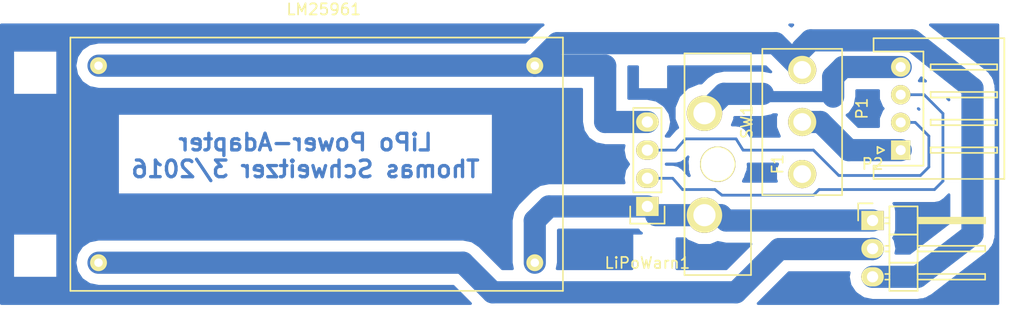
<source format=kicad_pcb>
(kicad_pcb (version 4) (host pcbnew 4.0.2-stable)

  (general
    (links 12)
    (no_connects 0)
    (area 113.03 97.635 205.885 128.275)
    (thickness 1.6)
    (drawings 5)
    (tracks 60)
    (zones 0)
    (modules 6)
    (nets 9)
  )

  (page A4)
  (layers
    (0 F.Cu signal)
    (31 B.Cu signal)
    (32 B.Adhes user)
    (33 F.Adhes user)
    (34 B.Paste user)
    (35 F.Paste user)
    (36 B.SilkS user)
    (37 F.SilkS user)
    (38 B.Mask user)
    (39 F.Mask user)
    (40 Dwgs.User user)
    (41 Cmts.User user)
    (42 Eco1.User user)
    (43 Eco2.User user)
    (44 Edge.Cuts user)
    (45 Margin user)
    (46 B.CrtYd user)
    (47 F.CrtYd user)
    (48 B.Fab user)
    (49 F.Fab user)
  )

  (setup
    (last_trace_width 0.25)
    (trace_clearance 0.2)
    (zone_clearance 1)
    (zone_45_only yes)
    (trace_min 0.2)
    (segment_width 0.2)
    (edge_width 0.15)
    (via_size 0.6)
    (via_drill 0.4)
    (via_min_size 0.4)
    (via_min_drill 0.3)
    (uvia_size 0.3)
    (uvia_drill 0.1)
    (uvias_allowed no)
    (uvia_min_size 0.2)
    (uvia_min_drill 0.1)
    (pcb_text_width 0.3)
    (pcb_text_size 1.5 1.5)
    (mod_edge_width 0.15)
    (mod_text_size 1 1)
    (mod_text_width 0.15)
    (pad_size 1.524 1.524)
    (pad_drill 0.762)
    (pad_to_mask_clearance 0.2)
    (aux_axis_origin 119.38 124.46)
    (visible_elements 7FFFFFFF)
    (pcbplotparams
      (layerselection 0x00c30_80000001)
      (usegerberextensions false)
      (excludeedgelayer true)
      (linewidth 0.100000)
      (plotframeref false)
      (viasonmask false)
      (mode 1)
      (useauxorigin false)
      (hpglpennumber 1)
      (hpglpenspeed 20)
      (hpglpendiameter 15)
      (hpglpenoverlay 2)
      (psnegative false)
      (psa4output false)
      (plotreference true)
      (plotvalue true)
      (plotinvisibletext false)
      (padsonsilk false)
      (subtractmaskfromsilk false)
      (outputformat 4)
      (mirror false)
      (drillshape 0)
      (scaleselection 1)
      (outputdirectory ""))
  )

  (net 0 "")
  (net 1 VCC)
  (net 2 GND)
  (net 3 +5V)
  (net 4 "Net-(SW1-Pad3)")
  (net 5 /BAT2)
  (net 6 /BAT1)
  (net 7 /VCC_FUSED)
  (net 8 /GND_SWITCHED)

  (net_class Default "Dies ist die voreingestellte Netzklasse."
    (clearance 0.2)
    (trace_width 0.25)
    (via_dia 0.6)
    (via_drill 0.4)
    (uvia_dia 0.3)
    (uvia_drill 0.1)
    (add_net /BAT1)
    (add_net /BAT2)
    (add_net "Net-(SW1-Pad3)")
  )

  (net_class +5V ""
    (clearance 0.5)
    (trace_width 2)
    (via_dia 0.6)
    (via_drill 0.4)
    (uvia_dia 0.3)
    (uvia_drill 0.1)
    (add_net +5V)
  )

  (net_class GND ""
    (clearance 0.4)
    (trace_width 2)
    (via_dia 0.6)
    (via_drill 0.4)
    (uvia_dia 0.3)
    (uvia_drill 0.1)
    (add_net GND)
  )

  (net_class GND_SWITCHED ""
    (clearance 0.4)
    (trace_width 2)
    (via_dia 0.6)
    (via_drill 0.4)
    (uvia_dia 0.3)
    (uvia_drill 0.1)
    (add_net /GND_SWITCHED)
  )

  (net_class VCC ""
    (clearance 0.4)
    (trace_width 2)
    (via_dia 0.6)
    (via_drill 0.5)
    (uvia_dia 0.3)
    (uvia_drill 0.1)
    (add_net /VCC_FUSED)
    (add_net VCC)
  )

  (module "Lego Hacks:LM2596" (layer F.Cu) (tedit 56F5408A) (tstamp 56F542B6)
    (at 142.24 113.03 180)
    (path /56F53490)
    (fp_text reference LM25961 (at 0 13.97 180) (layer F.SilkS)
      (effects (font (size 1 1) (thickness 0.15)))
    )
    (fp_text value LM2596 (at 0 -13.97 180) (layer F.Fab)
      (effects (font (size 1 1) (thickness 0.15)))
    )
    (fp_line (start -21.59 -11.43) (end 22.86 -11.43) (layer F.SilkS) (width 0.15))
    (fp_line (start 22.86 -11.43) (end 22.86 11.43) (layer F.SilkS) (width 0.15))
    (fp_line (start 22.86 11.43) (end -21.59 11.43) (layer F.SilkS) (width 0.15))
    (fp_line (start -21.59 11.43) (end -21.59 -11.43) (layer F.SilkS) (width 0.15))
    (pad 4 thru_hole circle (at 20.32 8.89 180) (size 1.524 1.524) (drill 0.762) (layers *.Cu *.Mask F.SilkS)
      (net 8 /GND_SWITCHED))
    (pad 3 thru_hole circle (at 20.32 -8.89 180) (size 1.524 1.524) (drill 0.762) (layers *.Cu *.Mask F.SilkS)
      (net 3 +5V))
    (pad 1 thru_hole circle (at -19.05 -8.89 180) (size 1.524 1.524) (drill 0.762) (layers *.Cu *.Mask F.SilkS)
      (net 7 /VCC_FUSED))
    (pad 2 thru_hole circle (at -19.05 8.89 180) (size 1.524 1.524) (drill 0.762) (layers *.Cu *.Mask F.SilkS)
      (net 8 /GND_SWITCHED))
  )

  (module JST-Connectors:JST_XH_S04B-XH-A_04x2.50mm_Angled (layer F.Cu) (tedit 56F07245) (tstamp 56F542DF)
    (at 194.31 111.76 90)
    (descr "JST XH series connector, S04B-XH-A, side entry type, through hole")
    (tags "connector jst xh tht side horizontal angled 2.50mm")
    (path /56F525B1)
    (fp_text reference P1 (at 3.75 -3.5 90) (layer F.SilkS)
      (effects (font (size 1 1) (thickness 0.15)))
    )
    (fp_text value CONN_01X04 (at 3.75 10.3 90) (layer F.Fab)
      (effects (font (size 1 1) (thickness 0.15)))
    )
    (fp_line (start -2.95 -2.8) (end -2.95 9.7) (layer F.CrtYd) (width 0.05))
    (fp_line (start -2.95 9.7) (end 10.45 9.7) (layer F.CrtYd) (width 0.05))
    (fp_line (start 10.45 9.7) (end 10.45 -2.8) (layer F.CrtYd) (width 0.05))
    (fp_line (start 10.45 -2.8) (end -2.95 -2.8) (layer F.CrtYd) (width 0.05))
    (fp_line (start 3.75 9.35) (end -2.6 9.35) (layer F.SilkS) (width 0.15))
    (fp_line (start -2.6 9.35) (end -2.6 -2.45) (layer F.SilkS) (width 0.15))
    (fp_line (start -2.6 -2.45) (end -1.4 -2.45) (layer F.SilkS) (width 0.15))
    (fp_line (start -1.4 -2.45) (end -1.4 2.05) (layer F.SilkS) (width 0.15))
    (fp_line (start -1.4 2.05) (end 3.75 2.05) (layer F.SilkS) (width 0.15))
    (fp_line (start 3.75 9.35) (end 10.1 9.35) (layer F.SilkS) (width 0.15))
    (fp_line (start 10.1 9.35) (end 10.1 -2.45) (layer F.SilkS) (width 0.15))
    (fp_line (start 10.1 -2.45) (end 8.9 -2.45) (layer F.SilkS) (width 0.15))
    (fp_line (start 8.9 -2.45) (end 8.9 2.05) (layer F.SilkS) (width 0.15))
    (fp_line (start 8.9 2.05) (end 3.75 2.05) (layer F.SilkS) (width 0.15))
    (fp_line (start -0.25 2.7) (end -0.25 8.7) (layer F.SilkS) (width 0.15))
    (fp_line (start -0.25 8.7) (end 0.25 8.7) (layer F.SilkS) (width 0.15))
    (fp_line (start 0.25 8.7) (end 0.25 2.7) (layer F.SilkS) (width 0.15))
    (fp_line (start 0.25 2.7) (end -0.25 2.7) (layer F.SilkS) (width 0.15))
    (fp_line (start 2.25 2.7) (end 2.25 8.7) (layer F.SilkS) (width 0.15))
    (fp_line (start 2.25 8.7) (end 2.75 8.7) (layer F.SilkS) (width 0.15))
    (fp_line (start 2.75 8.7) (end 2.75 2.7) (layer F.SilkS) (width 0.15))
    (fp_line (start 2.75 2.7) (end 2.25 2.7) (layer F.SilkS) (width 0.15))
    (fp_line (start 4.75 2.7) (end 4.75 8.7) (layer F.SilkS) (width 0.15))
    (fp_line (start 4.75 8.7) (end 5.25 8.7) (layer F.SilkS) (width 0.15))
    (fp_line (start 5.25 8.7) (end 5.25 2.7) (layer F.SilkS) (width 0.15))
    (fp_line (start 5.25 2.7) (end 4.75 2.7) (layer F.SilkS) (width 0.15))
    (fp_line (start 7.25 2.7) (end 7.25 8.7) (layer F.SilkS) (width 0.15))
    (fp_line (start 7.25 8.7) (end 7.75 8.7) (layer F.SilkS) (width 0.15))
    (fp_line (start 7.75 8.7) (end 7.75 2.7) (layer F.SilkS) (width 0.15))
    (fp_line (start 7.75 2.7) (end 7.25 2.7) (layer F.SilkS) (width 0.15))
    (fp_line (start 0 -1.5) (end -0.3 -2.1) (layer F.SilkS) (width 0.15))
    (fp_line (start -0.3 -2.1) (end 0.3 -2.1) (layer F.SilkS) (width 0.15))
    (fp_line (start 0.3 -2.1) (end 0 -1.5) (layer F.SilkS) (width 0.15))
    (pad 1 thru_hole rect (at 0 0 90) (size 1.75 1.75) (drill 0.9) (layers *.Cu *.Mask F.SilkS)
      (net 2 GND))
    (pad 2 thru_hole circle (at 2.5 0 90) (size 1.75 1.75) (drill 0.9) (layers *.Cu *.Mask F.SilkS)
      (net 6 /BAT1))
    (pad 3 thru_hole circle (at 5 0 90) (size 1.75 1.75) (drill 0.9) (layers *.Cu *.Mask F.SilkS)
      (net 5 /BAT2))
    (pad 4 thru_hole circle (at 7.5 0 90) (size 1.75 1.75) (drill 0.9) (layers *.Cu *.Mask F.SilkS)
      (net 1 VCC))
    (model Connectors_JST.3dshapes/JST_XH_S04B-XH-A_04x2.50mm_Angled.wrl
      (at (xyz 0 0 0))
      (scale (xyz 1 1 1))
      (rotate (xyz 0 0 0))
    )
  )

  (module Pin_Headers:Pin_Header_Angled_1x03 (layer F.Cu) (tedit 0) (tstamp 56F542E6)
    (at 191.77 118.11)
    (descr "Through hole pin header")
    (tags "pin header")
    (path /56F531D1)
    (fp_text reference P2 (at 0 -5.1) (layer F.SilkS)
      (effects (font (size 1 1) (thickness 0.15)))
    )
    (fp_text value CONN_01X03 (at 0 -3.1) (layer F.Fab)
      (effects (font (size 1 1) (thickness 0.15)))
    )
    (fp_line (start -1.5 -1.75) (end -1.5 6.85) (layer F.CrtYd) (width 0.05))
    (fp_line (start 10.65 -1.75) (end 10.65 6.85) (layer F.CrtYd) (width 0.05))
    (fp_line (start -1.5 -1.75) (end 10.65 -1.75) (layer F.CrtYd) (width 0.05))
    (fp_line (start -1.5 6.85) (end 10.65 6.85) (layer F.CrtYd) (width 0.05))
    (fp_line (start -1.3 -1.55) (end -1.3 0) (layer F.SilkS) (width 0.15))
    (fp_line (start 0 -1.55) (end -1.3 -1.55) (layer F.SilkS) (width 0.15))
    (fp_line (start 4.191 -0.127) (end 10.033 -0.127) (layer F.SilkS) (width 0.15))
    (fp_line (start 10.033 -0.127) (end 10.033 0.127) (layer F.SilkS) (width 0.15))
    (fp_line (start 10.033 0.127) (end 4.191 0.127) (layer F.SilkS) (width 0.15))
    (fp_line (start 4.191 0.127) (end 4.191 0) (layer F.SilkS) (width 0.15))
    (fp_line (start 4.191 0) (end 10.033 0) (layer F.SilkS) (width 0.15))
    (fp_line (start 1.524 -0.254) (end 1.143 -0.254) (layer F.SilkS) (width 0.15))
    (fp_line (start 1.524 0.254) (end 1.143 0.254) (layer F.SilkS) (width 0.15))
    (fp_line (start 1.524 2.286) (end 1.143 2.286) (layer F.SilkS) (width 0.15))
    (fp_line (start 1.524 2.794) (end 1.143 2.794) (layer F.SilkS) (width 0.15))
    (fp_line (start 1.524 4.826) (end 1.143 4.826) (layer F.SilkS) (width 0.15))
    (fp_line (start 1.524 5.334) (end 1.143 5.334) (layer F.SilkS) (width 0.15))
    (fp_line (start 4.064 1.27) (end 4.064 -1.27) (layer F.SilkS) (width 0.15))
    (fp_line (start 10.16 0.254) (end 4.064 0.254) (layer F.SilkS) (width 0.15))
    (fp_line (start 10.16 -0.254) (end 10.16 0.254) (layer F.SilkS) (width 0.15))
    (fp_line (start 4.064 -0.254) (end 10.16 -0.254) (layer F.SilkS) (width 0.15))
    (fp_line (start 1.524 1.27) (end 4.064 1.27) (layer F.SilkS) (width 0.15))
    (fp_line (start 1.524 -1.27) (end 1.524 1.27) (layer F.SilkS) (width 0.15))
    (fp_line (start 1.524 -1.27) (end 4.064 -1.27) (layer F.SilkS) (width 0.15))
    (fp_line (start 1.524 3.81) (end 4.064 3.81) (layer F.SilkS) (width 0.15))
    (fp_line (start 1.524 3.81) (end 1.524 6.35) (layer F.SilkS) (width 0.15))
    (fp_line (start 4.064 4.826) (end 10.16 4.826) (layer F.SilkS) (width 0.15))
    (fp_line (start 10.16 4.826) (end 10.16 5.334) (layer F.SilkS) (width 0.15))
    (fp_line (start 10.16 5.334) (end 4.064 5.334) (layer F.SilkS) (width 0.15))
    (fp_line (start 4.064 6.35) (end 4.064 3.81) (layer F.SilkS) (width 0.15))
    (fp_line (start 4.064 3.81) (end 4.064 1.27) (layer F.SilkS) (width 0.15))
    (fp_line (start 10.16 2.794) (end 4.064 2.794) (layer F.SilkS) (width 0.15))
    (fp_line (start 10.16 2.286) (end 10.16 2.794) (layer F.SilkS) (width 0.15))
    (fp_line (start 4.064 2.286) (end 10.16 2.286) (layer F.SilkS) (width 0.15))
    (fp_line (start 1.524 3.81) (end 4.064 3.81) (layer F.SilkS) (width 0.15))
    (fp_line (start 1.524 1.27) (end 1.524 3.81) (layer F.SilkS) (width 0.15))
    (fp_line (start 1.524 1.27) (end 4.064 1.27) (layer F.SilkS) (width 0.15))
    (fp_line (start 1.524 6.35) (end 4.064 6.35) (layer F.SilkS) (width 0.15))
    (pad 1 thru_hole rect (at 0 0) (size 2.032 1.7272) (drill 1.016) (layers *.Cu *.Mask F.SilkS)
      (net 7 /VCC_FUSED))
    (pad 2 thru_hole oval (at 0 2.54) (size 2.032 1.7272) (drill 1.016) (layers *.Cu *.Mask F.SilkS)
      (net 3 +5V))
    (pad 3 thru_hole oval (at 0 5.08) (size 2.032 1.7272) (drill 1.016) (layers *.Cu *.Mask F.SilkS)
      (net 8 /GND_SWITCHED))
    (model Pin_Headers.3dshapes/Pin_Header_Angled_1x03.wrl
      (at (xyz 0 -0.1 0))
      (scale (xyz 1 1 1))
      (rotate (xyz 0 0 90))
    )
  )

  (module "Lego Hacks:AS500APC-Kippschalter" (layer F.Cu) (tedit 56F571A8) (tstamp 56F57281)
    (at 185.42 109.22 270)
    (path /56F52CB7)
    (fp_text reference SW1 (at 0 5 270) (layer F.SilkS)
      (effects (font (size 1 1) (thickness 0.15)))
    )
    (fp_text value SWITCH_INV (at 0.2 -5.2 270) (layer F.Fab)
      (effects (font (size 1 1) (thickness 0.15)))
    )
    (fp_line (start 6.6 -3.6) (end -6.6 -3.6) (layer F.SilkS) (width 0.15))
    (fp_line (start -6.6 -3.6) (end -6.6 3.6) (layer F.SilkS) (width 0.15))
    (fp_line (start -6.6 3.6) (end 6.6 3.6) (layer F.SilkS) (width 0.15))
    (fp_line (start 6.6 3.6) (end 6.6 -3.6) (layer F.SilkS) (width 0.15))
    (pad 2 thru_hole circle (at 0 0 270) (size 2.54 2.54) (drill 1.6) (layers *.Cu *.Mask F.SilkS)
      (net 2 GND))
    (pad 1 thru_hole circle (at -4.7 0 270) (size 2.54 2.54) (drill 1.6) (layers *.Cu *.Mask F.SilkS)
      (net 8 /GND_SWITCHED))
    (pad 3 thru_hole circle (at 4.7 0 270) (size 2.54 2.54) (drill 1.6) (layers *.Cu *.Mask F.SilkS)
      (net 4 "Net-(SW1-Pad3)"))
  )

  (module "Lego Hacks:FKS-Halter" (layer F.Cu) (tedit 56F57502) (tstamp 56F5759E)
    (at 177.8 113.03 90)
    (path /56F52D66)
    (fp_text reference F1 (at 0 5.4 90) (layer F.SilkS)
      (effects (font (size 1 1) (thickness 0.15)))
    )
    (fp_text value FUSE (at 0 -4.6 90) (layer F.Fab)
      (effects (font (size 1 1) (thickness 0.15)))
    )
    (fp_line (start -10 -3) (end 10 -3) (layer F.SilkS) (width 0.15))
    (fp_line (start 10 -3) (end 10 3) (layer F.SilkS) (width 0.15))
    (fp_line (start 10 3) (end -10 3) (layer F.SilkS) (width 0.15))
    (fp_line (start -10 3) (end -10 -3) (layer F.SilkS) (width 0.15))
    (pad "" thru_hole circle (at 0 0 90) (size 3.2 3.2) (drill 3) (layers *.Cu *.Mask F.SilkS))
    (pad 1 thru_hole circle (at 4.6 -1.2 90) (size 3.2 3.2) (drill 2) (layers *.Cu *.Mask F.SilkS)
      (net 1 VCC))
    (pad 2 thru_hole circle (at -4.6 -1.2 90) (size 3.2 3.2) (drill 2) (layers *.Cu *.Mask F.SilkS)
      (net 7 /VCC_FUSED))
  )

  (module Pin_Headers:Pin_Header_Straight_1x04 (layer F.Cu) (tedit 0) (tstamp 56F5834F)
    (at 171.45 116.84 180)
    (descr "Through hole pin header")
    (tags "pin header")
    (path /56F52C0F)
    (fp_text reference LiPoWarn1 (at 0 -5.1 180) (layer F.SilkS)
      (effects (font (size 1 1) (thickness 0.15)))
    )
    (fp_text value LiPo_Warner (at 0 -3.1 180) (layer F.Fab)
      (effects (font (size 1 1) (thickness 0.15)))
    )
    (fp_line (start -1.75 -1.75) (end -1.75 9.4) (layer F.CrtYd) (width 0.05))
    (fp_line (start 1.75 -1.75) (end 1.75 9.4) (layer F.CrtYd) (width 0.05))
    (fp_line (start -1.75 -1.75) (end 1.75 -1.75) (layer F.CrtYd) (width 0.05))
    (fp_line (start -1.75 9.4) (end 1.75 9.4) (layer F.CrtYd) (width 0.05))
    (fp_line (start -1.27 1.27) (end -1.27 8.89) (layer F.SilkS) (width 0.15))
    (fp_line (start 1.27 1.27) (end 1.27 8.89) (layer F.SilkS) (width 0.15))
    (fp_line (start 1.55 -1.55) (end 1.55 0) (layer F.SilkS) (width 0.15))
    (fp_line (start -1.27 8.89) (end 1.27 8.89) (layer F.SilkS) (width 0.15))
    (fp_line (start 1.27 1.27) (end -1.27 1.27) (layer F.SilkS) (width 0.15))
    (fp_line (start -1.55 0) (end -1.55 -1.55) (layer F.SilkS) (width 0.15))
    (fp_line (start -1.55 -1.55) (end 1.55 -1.55) (layer F.SilkS) (width 0.15))
    (pad 1 thru_hole rect (at 0 0 180) (size 2.032 1.7272) (drill 1.016) (layers *.Cu *.Mask F.SilkS)
      (net 7 /VCC_FUSED))
    (pad 2 thru_hole oval (at 0 2.54 180) (size 2.032 1.7272) (drill 1.016) (layers *.Cu *.Mask F.SilkS)
      (net 5 /BAT2))
    (pad 3 thru_hole oval (at 0 5.08 180) (size 2.032 1.7272) (drill 1.016) (layers *.Cu *.Mask F.SilkS)
      (net 6 /BAT1))
    (pad 4 thru_hole oval (at 0 7.62 180) (size 2.032 1.7272) (drill 1.016) (layers *.Cu *.Mask F.SilkS)
      (net 8 /GND_SWITCHED))
    (model Pin_Headers.3dshapes/Pin_Header_Straight_1x04.wrl
      (at (xyz 0 -0.15 0))
      (scale (xyz 1 1 1))
      (rotate (xyz 0 0 90))
    )
  )

  (gr_text "LiPo Power-Adapter\nThomas Schweitzer 3/2016" (at 140.589 112.268) (layer B.Cu)
    (effects (font (size 1.5 1.5) (thickness 0.3)) (justify mirror))
  )
  (gr_circle (center 116 105) (end 117 105) (layer Eco1.User) (width 0.2) (tstamp 56F57F68))
  (gr_circle (center 116 121) (end 117 121) (layer Eco1.User) (width 0.2) (tstamp 56F57EB3))
  (gr_circle (center 172 105) (end 172 106) (layer Eco1.User) (width 0.2))
  (gr_circle (center 172 121) (end 173 121) (layer Eco1.User) (width 0.2))

  (segment (start 194.31 104.26) (end 189.11 104.26) (width 2) (layer B.Cu) (net 1))
  (segment (start 189.11 104.26) (end 188.214 105.156) (width 2) (layer B.Cu) (net 1) (tstamp 56F58961))
  (segment (start 188.214 105.156) (end 188.214 106.934) (width 2) (layer B.Cu) (net 1) (tstamp 56F58963))
  (segment (start 188.214 106.934) (end 182.118 106.934) (width 1) (layer B.Cu) (net 1) (tstamp 56F58965))
  (segment (start 182.118 106.934) (end 181.864 106.68) (width 1) (layer B.Cu) (net 1) (tstamp 56F58968))
  (segment (start 181.864 106.68) (end 178.35 106.68) (width 2) (layer B.Cu) (net 1) (tstamp 56F5896E))
  (segment (start 178.35 106.68) (end 176.6 108.43) (width 2) (layer B.Cu) (net 1) (tstamp 56F5897B))
  (segment (start 185.42 109.22) (end 187.071 109.22) (width 2) (layer B.Cu) (net 2))
  (segment (start 189.611 111.76) (end 194.31 111.76) (width 2) (layer B.Cu) (net 2) (tstamp 56F92305))
  (segment (start 187.071 109.22) (end 189.611 111.76) (width 2) (layer B.Cu) (net 2) (tstamp 56F922F9))
  (segment (start 121.92 121.92) (end 154.813 121.92) (width 2) (layer B.Cu) (net 3))
  (segment (start 183.348002 120.689998) (end 191.77 120.689998) (width 2) (layer B.Cu) (net 3) (tstamp 56F9240C))
  (segment (start 179.451 124.587) (end 183.348002 120.689998) (width 2) (layer B.Cu) (net 3) (tstamp 56F92401))
  (segment (start 157.48 124.587) (end 179.451 124.587) (width 2) (layer B.Cu) (net 3) (tstamp 56F923EC))
  (segment (start 154.813 121.92) (end 157.48 124.587) (width 2) (layer B.Cu) (net 3) (tstamp 56F923E7))
  (segment (start 191.77 120.689998) (end 191.77 120.65) (width 2) (layer B.Cu) (net 3) (tstamp 56F92410))
  (segment (start 194.31 106.76) (end 196.422 106.76) (width 0.25) (layer B.Cu) (net 5))
  (segment (start 173.736 114.3) (end 171.45 114.3) (width 0.25) (layer B.Cu) (net 5) (tstamp 56F58B1D))
  (segment (start 174.625 115.316) (end 173.736 114.3) (width 0.25) (layer B.Cu) (net 5) (tstamp 56F58B19))
  (segment (start 177.546 115.316) (end 174.625 115.316) (width 0.25) (layer B.Cu) (net 5) (tstamp 56F58B16))
  (segment (start 178.181 115.824) (end 177.546 115.316) (width 0.25) (layer B.Cu) (net 5) (tstamp 56F58B15))
  (segment (start 186.436 115.824) (end 178.181 115.824) (width 0.25) (layer B.Cu) (net 5) (tstamp 56F58B11))
  (segment (start 186.944 115.316) (end 186.436 115.824) (width 0.25) (layer B.Cu) (net 5) (tstamp 56F58B10))
  (segment (start 197.358 115.316) (end 186.944 115.316) (width 0.25) (layer B.Cu) (net 5) (tstamp 56F58B0E))
  (segment (start 198.12 114.554) (end 197.358 115.316) (width 0.25) (layer B.Cu) (net 5) (tstamp 56F58B0C))
  (segment (start 198.12 108.458) (end 198.12 114.554) (width 0.25) (layer B.Cu) (net 5) (tstamp 56F58B08))
  (segment (start 196.422 106.76) (end 198.12 108.458) (width 0.25) (layer B.Cu) (net 5) (tstamp 56F58B04))
  (segment (start 194.31 109.26) (end 195.62 109.26) (width 0.25) (layer B.Cu) (net 6))
  (segment (start 173.99 111.76) (end 171.45 111.76) (width 0.25) (layer B.Cu) (net 6) (tstamp 56F58AFE))
  (segment (start 174.879 110.744) (end 173.99 111.76) (width 0.25) (layer B.Cu) (net 6) (tstamp 56F58AFA))
  (segment (start 179.451 110.744) (end 174.879 110.744) (width 0.25) (layer B.Cu) (net 6) (tstamp 56F58AF8))
  (segment (start 180.086 111.76) (end 179.451 110.744) (width 0.25) (layer B.Cu) (net 6) (tstamp 56F58AF6))
  (segment (start 186.436 111.76) (end 180.086 111.76) (width 0.25) (layer B.Cu) (net 6) (tstamp 56F58AEE))
  (segment (start 188.722 114.046) (end 186.436 111.76) (width 0.25) (layer B.Cu) (net 6) (tstamp 56F58AE6))
  (segment (start 196.088 114.046) (end 188.722 114.046) (width 0.25) (layer B.Cu) (net 6) (tstamp 56F58AE3))
  (segment (start 196.85 113.284) (end 196.088 114.046) (width 0.25) (layer B.Cu) (net 6) (tstamp 56F58ADA))
  (segment (start 196.85 110.49) (end 196.85 113.284) (width 0.25) (layer B.Cu) (net 6) (tstamp 56F58AD8))
  (segment (start 195.62 109.26) (end 196.85 110.49) (width 0.25) (layer B.Cu) (net 6) (tstamp 56F58AD5))
  (segment (start 176.6 117.63) (end 178.082 117.63) (width 2) (layer B.Cu) (net 7))
  (segment (start 178.082 117.63) (end 178.562 118.11) (width 2) (layer B.Cu) (net 7) (tstamp 56F92374))
  (segment (start 178.562 118.11) (end 191.77 118.11) (width 2) (layer B.Cu) (net 7) (tstamp 56F92380))
  (segment (start 161.29 118.11) (end 161.29 121.92) (width 2) (layer B.Cu) (net 7) (tstamp 56F585A9))
  (segment (start 162.56 116.84) (end 161.29 118.11) (width 2) (layer B.Cu) (net 7) (tstamp 56F585A6))
  (segment (start 171.45 116.84) (end 162.56 116.84) (width 2) (layer B.Cu) (net 7))
  (segment (start 176.6 117.63) (end 172.24 117.63) (width 2) (layer B.Cu) (net 7))
  (segment (start 172.24 117.63) (end 171.45 116.84) (width 1) (layer B.Cu) (net 7) (tstamp 56F585A0))
  (segment (start 185.42 104.52) (end 183.008 102.108) (width 2) (layer B.Cu) (net 8))
  (segment (start 163.322 102.108) (end 161.29 104.14) (width 2) (layer B.Cu) (net 8) (tstamp 56F92923))
  (segment (start 183.008 102.108) (end 163.322 102.108) (width 2) (layer B.Cu) (net 8) (tstamp 56F92919))
  (segment (start 185.42 104.52) (end 185.42 102.616) (width 1) (layer B.Cu) (net 8))
  (segment (start 185.42 102.616) (end 186.182 101.854) (width 2) (layer B.Cu) (net 8) (tstamp 56F58D2E))
  (segment (start 186.182 101.854) (end 195.326 101.854) (width 2) (layer B.Cu) (net 8) (tstamp 56F58D31))
  (segment (start 195.326 101.854) (end 200.787 106.172) (width 2) (layer B.Cu) (net 8) (tstamp 56F58D38))
  (segment (start 200.787 106.172) (end 200.787 119.38) (width 2) (layer B.Cu) (net 8) (tstamp 56F58D3D))
  (segment (start 200.787 119.38) (end 195.834 123.19) (width 2) (layer B.Cu) (net 8) (tstamp 56F58D41))
  (segment (start 195.834 123.19) (end 191.77 123.19) (width 2) (layer B.Cu) (net 8) (tstamp 56F58D43))
  (segment (start 161.29 104.14) (end 121.92 104.14) (width 2) (layer B.Cu) (net 8))
  (segment (start 167.64 109.22) (end 171.45 109.22) (width 2) (layer B.Cu) (net 8) (tstamp 56F587CD))
  (segment (start 161.29 104.14) (end 167.64 104.14) (width 2) (layer B.Cu) (net 8))
  (segment (start 167.64 104.14) (end 167.64 109.22) (width 2) (layer B.Cu) (net 8) (tstamp 56F587CA))

  (zone (net 0) (net_name "") (layer B.Cu) (tstamp 56F57FE2) (hatch edge 0.508)
    (connect_pads (clearance 0.508))
    (min_thickness 0.254)
    (keepout (tracks not_allowed) (vias not_allowed) (copperpour not_allowed))
    (fill (arc_segments 16) (thermal_gap 0.508) (thermal_bridge_width 0.508))
    (polygon
      (pts
        (xy 170.18 119.38) (xy 173.99 119.38) (xy 173.99 123.19) (xy 170.18 123.19)
      )
    )
  )
  (zone (net 0) (net_name "") (layer B.Cu) (tstamp 56F58015) (hatch edge 0.508)
    (connect_pads (clearance 0.508))
    (min_thickness 0.254)
    (keepout (tracks not_allowed) (vias not_allowed) (copperpour not_allowed))
    (fill (arc_segments 16) (thermal_gap 0.508) (thermal_bridge_width 0.508))
    (polygon
      (pts
        (xy 114.3 102.87) (xy 118.11 102.87) (xy 118.11 106.68) (xy 114.3 106.68)
      )
    )
  )
  (zone (net 0) (net_name "") (layer B.Cu) (tstamp 56F5801D) (hatch edge 0.508)
    (connect_pads (clearance 0.508))
    (min_thickness 0.254)
    (keepout (tracks not_allowed) (vias not_allowed) (copperpour not_allowed))
    (fill (arc_segments 16) (thermal_gap 0.508) (thermal_bridge_width 0.508))
    (polygon
      (pts
        (xy 114.3 119.38) (xy 118.11 119.38) (xy 118.11 123.19) (xy 114.3 123.19)
      )
    )
  )
  (zone (net 0) (net_name "") (layer B.Cu) (tstamp 56F5803D) (hatch edge 0.508)
    (connect_pads (clearance 1))
    (min_thickness 0.254)
    (fill yes (mode segment) (arc_segments 16) (thermal_gap 1) (thermal_bridge_width 1))
    (polygon
      (pts
        (xy 113.03 100.33) (xy 203.2 100.33) (xy 203.2 125.73) (xy 113.03 125.73) (xy 113.03 123.19)
      )
    )
    (filled_polygon
      (pts
        (xy 161.817984 100.603984) (xy 160.408968 102.013) (xy 121.92 102.013) (xy 121.106032 102.174908) (xy 120.415984 102.635984)
        (xy 119.954908 103.326032) (xy 119.793 104.14) (xy 119.954908 104.953968) (xy 120.415984 105.644016) (xy 121.106032 106.105092)
        (xy 121.92 106.267) (xy 165.513 106.267) (xy 165.513 109.22) (xy 165.674908 110.033968) (xy 166.135984 110.724016)
        (xy 166.826032 111.185092) (xy 167.64 111.347) (xy 169.347167 111.347) (xy 169.265016 111.76) (xy 169.416541 112.52177)
        (xy 169.75613 113.03) (xy 169.416541 113.53823) (xy 169.265016 114.3) (xy 169.347167 114.713) (xy 162.56 114.713)
        (xy 161.746032 114.874908) (xy 161.055984 115.335984) (xy 159.785984 116.605984) (xy 159.324908 117.296032) (xy 159.163 118.11)
        (xy 159.163 121.92) (xy 159.270412 122.46) (xy 158.361032 122.46) (xy 156.317016 120.415984) (xy 155.626968 119.954908)
        (xy 154.813 119.793) (xy 121.92 119.793) (xy 121.106032 119.954908) (xy 120.415984 120.415984) (xy 119.954908 121.106032)
        (xy 119.793 121.92) (xy 119.954908 122.733968) (xy 120.415984 123.424016) (xy 121.106032 123.885092) (xy 121.92 124.047)
        (xy 153.931968 124.047) (xy 155.487968 125.603) (xy 113.157 125.603) (xy 113.157 119.38) (xy 114.173 119.38)
        (xy 114.173 123.19) (xy 114.181685 123.236159) (xy 114.208965 123.278553) (xy 114.25059 123.306994) (xy 114.3 123.317)
        (xy 118.11 123.317) (xy 118.156159 123.308315) (xy 118.198553 123.281035) (xy 118.226994 123.23941) (xy 118.237 123.19)
        (xy 118.237 119.38) (xy 118.228315 119.333841) (xy 118.201035 119.291447) (xy 118.15941 119.263006) (xy 118.11 119.253)
        (xy 114.3 119.253) (xy 114.253841 119.261685) (xy 114.211447 119.288965) (xy 114.183006 119.33059) (xy 114.173 119.38)
        (xy 113.157 119.38) (xy 113.157 108.441) (xy 123.63343 108.441) (xy 123.63343 115.795) (xy 157.544571 115.795)
        (xy 157.544571 108.441) (xy 123.63343 108.441) (xy 113.157 108.441) (xy 113.157 102.87) (xy 114.173 102.87)
        (xy 114.173 106.68) (xy 114.181685 106.726159) (xy 114.208965 106.768553) (xy 114.25059 106.796994) (xy 114.3 106.807)
        (xy 118.11 106.807) (xy 118.156159 106.798315) (xy 118.198553 106.771035) (xy 118.226994 106.72941) (xy 118.237 106.68)
        (xy 118.237 102.87) (xy 118.228315 102.823841) (xy 118.201035 102.781447) (xy 118.15941 102.753006) (xy 118.11 102.743)
        (xy 114.3 102.743) (xy 114.253841 102.751685) (xy 114.211447 102.778965) (xy 114.183006 102.82059) (xy 114.173 102.87)
        (xy 113.157 102.87) (xy 113.157 100.457) (xy 162.037961 100.457)
      )
    )
    (filled_polygon
      (pts
        (xy 203.073 125.603) (xy 181.443032 125.603) (xy 184.229034 122.816998) (xy 189.65921 122.816998) (xy 189.585016 123.19)
        (xy 189.736541 123.95177) (xy 190.168049 124.597567) (xy 190.22855 124.637993) (xy 190.265984 124.694016) (xy 190.956032 125.155092)
        (xy 191.77 125.317) (xy 195.834 125.317) (xy 196.108108 125.262477) (xy 196.386967 125.243864) (xy 196.511596 125.182218)
        (xy 196.647968 125.155092) (xy 196.880347 124.999821) (xy 197.130855 124.875911) (xy 202.083855 121.065911) (xy 202.175407 120.961263)
        (xy 202.291016 120.884016) (xy 202.446284 120.651641) (xy 202.630309 120.441294) (xy 202.674845 120.309576) (xy 202.752092 120.193968)
        (xy 202.806616 119.919859) (xy 202.896134 119.655104) (xy 202.886874 119.516371) (xy 202.914 119.38) (xy 202.914 106.172)
        (xy 202.88964 106.049536) (xy 202.899618 105.925071) (xy 202.809342 105.645849) (xy 202.752092 105.358032) (xy 202.682721 105.254211)
        (xy 202.644309 105.135403) (xy 202.45405 104.911981) (xy 202.291016 104.667984) (xy 202.187196 104.598613) (xy 202.106241 104.503548)
        (xy 196.988548 100.457) (xy 203.073 100.457)
      )
    )
    (filled_polygon
      (pts
        (xy 170.735984 119.134016) (xy 170.914056 119.253) (xy 170.18 119.253) (xy 170.133841 119.261685) (xy 170.091447 119.288965)
        (xy 170.063006 119.33059) (xy 170.053 119.38) (xy 170.053 122.46) (xy 163.309588 122.46) (xy 163.417 121.92)
        (xy 163.417 118.991032) (xy 163.441032 118.967) (xy 170.624387 118.967)
      )
    )
    (filled_polygon
      (pts
        (xy 175.053262 119.94049) (xy 176.055186 120.356526) (xy 177.140054 120.357472) (xy 177.798951 120.085221) (xy 178.562 120.237)
        (xy 180.792968 120.237) (xy 178.569968 122.46) (xy 174.117 122.46) (xy 174.117 119.757) (xy 174.870092 119.757)
      )
    )
    (filled_polygon
      (pts
        (xy 198.66 118.332663) (xy 195.110561 121.063) (xy 193.872833 121.063) (xy 193.954984 120.65) (xy 193.803459 119.88823)
        (xy 193.665818 119.682236) (xy 193.844548 119.420656) (xy 193.935079 118.9736) (xy 193.935079 117.2464) (xy 193.856494 116.828759)
        (xy 193.688701 116.568) (xy 197.358 116.568) (xy 197.83712 116.472697) (xy 198.243298 116.201298) (xy 198.66 115.784596)
      )
    )
    (filled_polygon
      (pts
        (xy 183.023417 113.441115) (xy 183.022585 114.394701) (xy 183.095843 114.572) (xy 180.112457 114.572) (xy 180.197604 114.366944)
        (xy 180.248322 114.347757) (xy 180.368827 113.954596) (xy 180.526526 113.574814) (xy 180.526644 113.439697) (xy 180.566238 113.310516)
        (xy 180.537707 113.012) (xy 183.201601 113.012)
      )
    )
    (filled_polygon
      (pts
        (xy 175.073474 112.485186) (xy 175.073356 112.620303) (xy 175.033762 112.749484) (xy 175.072887 113.158835) (xy 175.072528 113.570054)
        (xy 175.124125 113.694927) (xy 175.13698 113.82943) (xy 175.234142 114.064) (xy 175.193117 114.064) (xy 174.678226 113.475552)
        (xy 174.644757 113.449811) (xy 174.621298 113.414702) (xy 174.4522 113.301714) (xy 174.291 113.177735) (xy 174.250228 113.166761)
        (xy 174.21512 113.143303) (xy 174.015662 113.103628) (xy 173.819282 113.050773) (xy 173.777413 113.056238) (xy 173.736 113.048)
        (xy 173.155898 113.048) (xy 173.14387 113.03) (xy 173.155898 113.012) (xy 173.99 113.012) (xy 174.031413 113.003762)
        (xy 174.073282 113.009227) (xy 174.269662 112.956372) (xy 174.46912 112.916697) (xy 174.504228 112.893239) (xy 174.545 112.882265)
        (xy 174.7062 112.758286) (xy 174.875298 112.645298) (xy 174.898757 112.610189) (xy 174.932226 112.584448) (xy 175.1226 112.366877)
      )
    )
    (filled_polygon
      (pts
        (xy 183.023417 108.741115) (xy 183.022585 109.694701) (xy 183.358633 110.508) (xy 180.779918 110.508) (xy 180.512694 110.080441)
        (xy 180.415279 109.976905) (xy 180.336298 109.858702) (xy 180.249487 109.800697) (xy 180.177944 109.724659) (xy 180.048323 109.666284)
        (xy 179.93012 109.587303) (xy 179.827722 109.566935) (xy 179.732524 109.524062) (xy 179.590428 109.519734) (xy 179.451 109.492)
        (xy 179.111771 109.492) (xy 179.326526 108.974814) (xy 179.326672 108.807) (xy 181.864 108.807) (xy 182.677968 108.645092)
        (xy 182.80382 108.561) (xy 183.098207 108.561)
      )
    )
    (filled_polygon
      (pts
        (xy 170.561 106.172) (xy 170.569685 106.218159) (xy 170.596965 106.260553) (xy 170.63859 106.288994) (xy 170.688 106.299)
        (xy 173.228 106.299) (xy 173.274159 106.290315) (xy 173.316553 106.263035) (xy 173.344994 106.22141) (xy 173.355 106.172)
        (xy 173.355 104.235) (xy 182.126968 104.235) (xy 182.589224 104.697256) (xy 181.864 104.553) (xy 178.35 104.553)
        (xy 177.536032 104.714908) (xy 176.998662 105.073968) (xy 176.845984 105.175984) (xy 176.319214 105.702754) (xy 176.059946 105.702528)
        (xy 175.057297 106.116814) (xy 174.28951 106.883262) (xy 173.873474 107.885186) (xy 173.872528 108.970054) (xy 174.185736 109.728075)
        (xy 174.1628 109.745714) (xy 173.993702 109.858702) (xy 173.970243 109.893811) (xy 173.936774 109.919552) (xy 173.421882 110.508)
        (xy 173.155898 110.508) (xy 173.14387 110.49) (xy 173.483459 109.98177) (xy 173.634984 109.22) (xy 173.483459 108.45823)
        (xy 173.051951 107.812433) (xy 172.99145 107.772007) (xy 172.954016 107.715984) (xy 172.263968 107.254908) (xy 171.45 107.093)
        (xy 169.767 107.093) (xy 169.767 104.235) (xy 170.561 104.235)
      )
    )
    (filled_polygon
      (pts
        (xy 192.307654 107.156475) (xy 192.611798 107.89256) (xy 192.728745 108.009711) (xy 192.613777 108.124478) (xy 192.308349 108.860031)
        (xy 192.307674 109.633) (xy 190.492032 109.633) (xy 189.465664 108.606632) (xy 189.718016 108.438016) (xy 190.179092 107.747968)
        (xy 190.341 106.934) (xy 190.341 106.387) (xy 192.308325 106.387)
      )
    )
    (filled_polygon
      (pts
        (xy 195.968781 108.077377) (xy 195.955611 108.074757) (xy 195.892963 108.012) (xy 195.903404 108.012)
      )
    )
    (filled_polygon
      (pts
        (xy 198.66 107.201759) (xy 198.66 107.227405) (xy 198.53747 107.104874)
      )
    )
    (filled_polygon
      (pts
        (xy 196.550125 105.533486) (xy 196.422 105.508) (xy 195.985081 105.508) (xy 196.169269 105.232343)
      )
    )
    (filled_polygon
      (pts
        (xy 184.459245 100.568723) (xy 184.29204 100.457) (xy 184.570968 100.457)
      )
    )
    (fill_segments
      (pts (xy 113.157 100.457) (xy 162.037961 100.457))
      (pts (xy 113.157 100.6602) (xy 161.761768 100.6602))
      (pts (xy 113.157 100.8634) (xy 161.558568 100.8634))
      (pts (xy 113.157 101.0666) (xy 161.355368 101.0666))
      (pts (xy 113.157 101.2698) (xy 161.152168 101.2698))
      (pts (xy 113.157 101.473) (xy 160.948968 101.473))
      (pts (xy 113.157 101.6762) (xy 160.745768 101.6762))
      (pts (xy 113.157 101.8794) (xy 160.542568 101.8794))
      (pts (xy 113.157 102.0826) (xy 121.570097 102.0826))
      (pts (xy 113.157 102.2858) (xy 120.940071 102.2858))
      (pts (xy 113.157 102.489) (xy 120.635961 102.489))
      (pts (xy 113.157 102.6922) (xy 120.378422 102.6922))
      (pts (xy 113.157 102.8954) (xy 114.173 102.8954))
      (pts (xy 118.237 102.8954) (xy 120.242648 102.8954))
      (pts (xy 113.157 103.0986) (xy 114.173 103.0986))
      (pts (xy 118.237 103.0986) (xy 120.106874 103.0986))
      (pts (xy 113.157 103.3018) (xy 114.173 103.3018))
      (pts (xy 118.237 103.3018) (xy 119.9711 103.3018))
      (pts (xy 113.157 103.505) (xy 114.173 103.505))
      (pts (xy 118.237 103.505) (xy 119.91931 103.505))
      (pts (xy 113.157 103.7082) (xy 114.173 103.7082))
      (pts (xy 118.237 103.7082) (xy 119.878891 103.7082))
      (pts (xy 113.157 103.9114) (xy 114.173 103.9114))
      (pts (xy 118.237 103.9114) (xy 119.838472 103.9114))
      (pts (xy 113.157 104.1146) (xy 114.173 104.1146))
      (pts (xy 118.237 104.1146) (xy 119.798053 104.1146))
      (pts (xy 113.157 104.3178) (xy 114.173 104.3178))
      (pts (xy 118.237 104.3178) (xy 119.828366 104.3178))
      (pts (xy 113.157 104.521) (xy 114.173 104.521))
      (pts (xy 118.237 104.521) (xy 119.868785 104.521))
      (pts (xy 113.157 104.7242) (xy 114.173 104.7242))
      (pts (xy 118.237 104.7242) (xy 119.909204 104.7242))
      (pts (xy 113.157 104.9274) (xy 114.173 104.9274))
      (pts (xy 118.237 104.9274) (xy 119.949623 104.9274))
      (pts (xy 113.157 105.1306) (xy 114.173 105.1306))
      (pts (xy 118.237 105.1306) (xy 120.072929 105.1306))
      (pts (xy 113.157 105.3338) (xy 114.173 105.3338))
      (pts (xy 118.237 105.3338) (xy 120.208703 105.3338))
      (pts (xy 113.157 105.537) (xy 114.173 105.537))
      (pts (xy 118.237 105.537) (xy 120.344478 105.537))
      (pts (xy 113.157 105.7402) (xy 114.173 105.7402))
      (pts (xy 118.237 105.7402) (xy 120.559933 105.7402))
      (pts (xy 113.157 105.9434) (xy 114.173 105.9434))
      (pts (xy 118.237 105.9434) (xy 120.864043 105.9434))
      (pts (xy 113.157 106.1466) (xy 114.173 106.1466))
      (pts (xy 118.237 106.1466) (xy 121.314707 106.1466))
      (pts (xy 113.157 106.3498) (xy 114.173 106.3498))
      (pts (xy 118.237 106.3498) (xy 165.513 106.3498))
      (pts (xy 113.157 106.553) (xy 114.173 106.553))
      (pts (xy 118.237 106.553) (xy 165.513 106.553))
      (pts (xy 113.157 106.7562) (xy 114.201016 106.7562))
      (pts (xy 118.208689 106.7562) (xy 165.513 106.7562))
      (pts (xy 113.157 106.9594) (xy 165.513 106.9594))
      (pts (xy 113.157 107.1626) (xy 165.513 107.1626))
      (pts (xy 113.157 107.3658) (xy 165.513 107.3658))
      (pts (xy 113.157 107.569) (xy 165.513 107.569))
      (pts (xy 113.157 107.7722) (xy 165.513 107.7722))
      (pts (xy 113.157 107.9754) (xy 165.513 107.9754))
      (pts (xy 113.157 108.1786) (xy 165.513 108.1786))
      (pts (xy 113.157 108.3818) (xy 165.513 108.3818))
      (pts (xy 113.157 108.585) (xy 123.63343 108.585))
      (pts (xy 157.544571 108.585) (xy 165.513 108.585))
      (pts (xy 113.157 108.7882) (xy 123.63343 108.7882))
      (pts (xy 157.544571 108.7882) (xy 165.513 108.7882))
      (pts (xy 113.157 108.9914) (xy 123.63343 108.9914))
      (pts (xy 157.544571 108.9914) (xy 165.513 108.9914))
      (pts (xy 113.157 109.1946) (xy 123.63343 109.1946))
      (pts (xy 157.544571 109.1946) (xy 165.513 109.1946))
      (pts (xy 113.157 109.3978) (xy 123.63343 109.3978))
      (pts (xy 157.544571 109.3978) (xy 165.548366 109.3978))
      (pts (xy 113.157 109.601) (xy 123.63343 109.601))
      (pts (xy 157.544571 109.601) (xy 165.588785 109.601))
      (pts (xy 113.157 109.8042) (xy 123.63343 109.8042))
      (pts (xy 157.544571 109.8042) (xy 165.629204 109.8042))
      (pts (xy 113.157 110.0074) (xy 123.63343 110.0074))
      (pts (xy 157.544571 110.0074) (xy 165.669623 110.0074))
      (pts (xy 113.157 110.2106) (xy 123.63343 110.2106))
      (pts (xy 157.544571 110.2106) (xy 165.792929 110.2106))
      (pts (xy 113.157 110.4138) (xy 123.63343 110.4138))
      (pts (xy 157.544571 110.4138) (xy 165.928703 110.4138))
      (pts (xy 113.157 110.617) (xy 123.63343 110.617))
      (pts (xy 157.544571 110.617) (xy 166.064478 110.617))
      (pts (xy 113.157 110.8202) (xy 123.63343 110.8202))
      (pts (xy 157.544571 110.8202) (xy 166.279933 110.8202))
      (pts (xy 113.157 111.0234) (xy 123.63343 111.0234))
      (pts (xy 157.544571 111.0234) (xy 166.584043 111.0234))
      (pts (xy 113.157 111.2266) (xy 123.63343 111.2266))
      (pts (xy 157.544571 111.2266) (xy 167.034707 111.2266))
      (pts (xy 113.157 111.4298) (xy 123.63343 111.4298))
      (pts (xy 157.544571 111.4298) (xy 169.330698 111.4298))
      (pts (xy 113.157 111.633) (xy 123.63343 111.633))
      (pts (xy 157.544571 111.633) (xy 169.290278 111.633))
      (pts (xy 113.157 111.8362) (xy 123.63343 111.8362))
      (pts (xy 157.544571 111.8362) (xy 169.280173 111.8362))
      (pts (xy 113.157 112.0394) (xy 123.63343 112.0394))
      (pts (xy 157.544571 112.0394) (xy 169.320591 112.0394))
      (pts (xy 113.157 112.2426) (xy 123.63343 112.2426))
      (pts (xy 157.544571 112.2426) (xy 169.36101 112.2426))
      (pts (xy 113.157 112.4458) (xy 123.63343 112.4458))
      (pts (xy 157.544571 112.4458) (xy 169.401429 112.4458))
      (pts (xy 113.157 112.649) (xy 123.63343 112.649))
      (pts (xy 157.544571 112.649) (xy 169.501553 112.649))
      (pts (xy 113.157 112.8522) (xy 123.63343 112.8522))
      (pts (xy 157.544571 112.8522) (xy 169.637327 112.8522))
      (pts (xy 113.157 113.0554) (xy 123.63343 113.0554))
      (pts (xy 157.544571 113.0554) (xy 169.739159 113.0554))
      (pts (xy 113.157 113.2586) (xy 123.63343 113.2586))
      (pts (xy 157.544571 113.2586) (xy 169.603385 113.2586))
      (pts (xy 113.157 113.4618) (xy 123.63343 113.4618))
      (pts (xy 157.544571 113.4618) (xy 169.46761 113.4618))
      (pts (xy 113.157 113.665) (xy 123.63343 113.665))
      (pts (xy 157.544571 113.665) (xy 169.391325 113.665))
      (pts (xy 113.157 113.8682) (xy 123.63343 113.8682))
      (pts (xy 157.544571 113.8682) (xy 169.350907 113.8682))
      (pts (xy 113.157 114.0714) (xy 123.63343 114.0714))
      (pts (xy 157.544571 114.0714) (xy 169.310488 114.0714))
      (pts (xy 113.157 114.2746) (xy 123.63343 114.2746))
      (pts (xy 157.544571 114.2746) (xy 169.270069 114.2746))
      (pts (xy 113.157 114.4778) (xy 123.63343 114.4778))
      (pts (xy 157.544571 114.4778) (xy 169.300382 114.4778))
      (pts (xy 113.157 114.681) (xy 123.63343 114.681))
      (pts (xy 157.544571 114.681) (xy 169.340801 114.681))
      (pts (xy 113.157 114.8842) (xy 123.63343 114.8842))
      (pts (xy 157.544571 114.8842) (xy 161.732126 114.8842))
      (pts (xy 113.157 115.0874) (xy 123.63343 115.0874))
      (pts (xy 157.544571 115.0874) (xy 161.428016 115.0874))
      (pts (xy 113.157 115.2906) (xy 123.63343 115.2906))
      (pts (xy 157.544571 115.2906) (xy 161.123906 115.2906))
      (pts (xy 113.157 115.4938) (xy 123.63343 115.4938))
      (pts (xy 157.544571 115.4938) (xy 160.898168 115.4938))
      (pts (xy 113.157 115.697) (xy 123.63343 115.697))
      (pts (xy 157.544571 115.697) (xy 160.694968 115.697))
      (pts (xy 113.157 115.9002) (xy 160.491768 115.9002))
      (pts (xy 113.157 116.1034) (xy 160.288568 116.1034))
      (pts (xy 113.157 116.3066) (xy 160.085368 116.3066))
      (pts (xy 113.157 116.5098) (xy 159.882168 116.5098))
      (pts (xy 113.157 116.713) (xy 159.714479 116.713))
      (pts (xy 113.157 116.9162) (xy 159.578704 116.9162))
      (pts (xy 113.157 117.1194) (xy 159.44293 117.1194))
      (pts (xy 113.157 117.3226) (xy 159.319624 117.3226))
      (pts (xy 113.157 117.5258) (xy 159.279205 117.5258))
      (pts (xy 113.157 117.729) (xy 159.238786 117.729))
      (pts (xy 113.157 117.9322) (xy 159.198367 117.9322))
      (pts (xy 113.157 118.1354) (xy 159.163 118.1354))
      (pts (xy 113.157 118.3386) (xy 159.163 118.3386))
      (pts (xy 113.157 118.5418) (xy 159.163 118.5418))
      (pts (xy 113.157 118.745) (xy 159.163 118.745))
      (pts (xy 113.157 118.9482) (xy 159.163 118.9482))
      (pts (xy 113.157 119.1514) (xy 159.163 119.1514))
      (pts (xy 113.157 119.3546) (xy 114.178144 119.3546))
      (pts (xy 118.232221 119.3546) (xy 159.163 119.3546))
      (pts (xy 113.157 119.5578) (xy 114.173 119.5578))
      (pts (xy 118.237 119.5578) (xy 159.163 119.5578))
      (pts (xy 113.157 119.761) (xy 114.173 119.761))
      (pts (xy 118.237 119.761) (xy 159.163 119.761))
      (pts (xy 113.157 119.9642) (xy 114.173 119.9642))
      (pts (xy 118.237 119.9642) (xy 121.092126 119.9642))
      (pts (xy 155.640875 119.9642) (xy 159.163 119.9642))
      (pts (xy 113.157 120.1674) (xy 114.173 120.1674))
      (pts (xy 118.237 120.1674) (xy 120.788016 120.1674))
      (pts (xy 155.944985 120.1674) (xy 159.163 120.1674))
      (pts (xy 113.157 120.3706) (xy 114.173 120.3706))
      (pts (xy 118.237 120.3706) (xy 120.483906 120.3706))
      (pts (xy 156.249095 120.3706) (xy 159.163 120.3706))
      (pts (xy 113.157 120.5738) (xy 114.173 120.5738))
      (pts (xy 118.237 120.5738) (xy 120.310535 120.5738))
      (pts (xy 156.474832 120.5738) (xy 159.163 120.5738))
      (pts (xy 113.157 120.777) (xy 114.173 120.777))
      (pts (xy 118.237 120.777) (xy 120.174761 120.777))
      (pts (xy 156.678032 120.777) (xy 159.163 120.777))
      (pts (xy 113.157 120.9802) (xy 114.173 120.9802))
      (pts (xy 118.237 120.9802) (xy 120.038987 120.9802))
      (pts (xy 156.881232 120.9802) (xy 159.163 120.9802))
      (pts (xy 113.157 121.1834) (xy 114.173 121.1834))
      (pts (xy 118.237 121.1834) (xy 119.939519 121.1834))
      (pts (xy 157.084432 121.1834) (xy 159.163 121.1834))
      (pts (xy 113.157 121.3866) (xy 114.173 121.3866))
      (pts (xy 118.237 121.3866) (xy 119.8991 121.3866))
      (pts (xy 157.287632 121.3866) (xy 159.163 121.3866))
      (pts (xy 113.157 121.5898) (xy 114.173 121.5898))
      (pts (xy 118.237 121.5898) (xy 119.858681 121.5898))
      (pts (xy 157.490832 121.5898) (xy 159.163 121.5898))
      (pts (xy 113.157 121.793) (xy 114.173 121.793))
      (pts (xy 118.237 121.793) (xy 119.818262 121.793))
      (pts (xy 157.694032 121.793) (xy 159.163 121.793))
      (pts (xy 113.157 121.9962) (xy 114.173 121.9962))
      (pts (xy 118.237 121.9962) (xy 119.808157 121.9962))
      (pts (xy 157.897232 121.9962) (xy 159.178157 121.9962))
      (pts (xy 113.157 122.1994) (xy 114.173 122.1994))
      (pts (xy 118.237 122.1994) (xy 119.848576 122.1994))
      (pts (xy 158.100432 122.1994) (xy 159.218575 122.1994))
      (pts (xy 113.157 122.4026) (xy 114.173 122.4026))
      (pts (xy 118.237 122.4026) (xy 119.888994 122.4026))
      (pts (xy 158.303632 122.4026) (xy 159.258994 122.4026))
      (pts (xy 113.157 122.6058) (xy 114.173 122.6058))
      (pts (xy 118.237 122.6058) (xy 119.929413 122.6058))
      (pts (xy 113.157 122.809) (xy 114.173 122.809))
      (pts (xy 118.237 122.809) (xy 120.005042 122.809))
      (pts (xy 113.157 123.0122) (xy 114.173 123.0122))
      (pts (xy 118.237 123.0122) (xy 120.140816 123.0122))
      (pts (xy 113.157 123.2154) (xy 114.177779 123.2154))
      (pts (xy 118.231856 123.2154) (xy 120.276591 123.2154))
      (pts (xy 113.157 123.4186) (xy 120.412365 123.4186))
      (pts (xy 113.157 123.6218) (xy 120.711988 123.6218))
      (pts (xy 113.157 123.825) (xy 121.016098 123.825))
      (pts (xy 113.157 124.0282) (xy 121.825485 124.0282))
      (pts (xy 113.157 124.2314) (xy 154.116368 124.2314))
      (pts (xy 113.157 124.4346) (xy 154.319568 124.4346))
      (pts (xy 113.157 124.6378) (xy 154.522768 124.6378))
      (pts (xy 113.157 124.841) (xy 154.725968 124.841))
      (pts (xy 113.157 125.0442) (xy 154.929168 125.0442))
      (pts (xy 113.157 125.2474) (xy 155.132368 125.2474))
      (pts (xy 113.157 125.4506) (xy 155.335568 125.4506))
      (pts (xy 196.988548 100.457) (xy 203.073 100.457))
      (pts (xy 197.245537 100.6602) (xy 203.073 100.6602))
      (pts (xy 197.502525 100.8634) (xy 203.073 100.8634))
      (pts (xy 197.759513 101.0666) (xy 203.073 101.0666))
      (pts (xy 198.016501 101.2698) (xy 203.073 101.2698))
      (pts (xy 198.27349 101.473) (xy 203.073 101.473))
      (pts (xy 198.530478 101.6762) (xy 203.073 101.6762))
      (pts (xy 198.787466 101.8794) (xy 203.073 101.8794))
      (pts (xy 199.044454 102.0826) (xy 203.073 102.0826))
      (pts (xy 199.301443 102.2858) (xy 203.073 102.2858))
      (pts (xy 199.558431 102.489) (xy 203.073 102.489))
      (pts (xy 199.815419 102.6922) (xy 203.073 102.6922))
      (pts (xy 200.072407 102.8954) (xy 203.073 102.8954))
      (pts (xy 200.329396 103.0986) (xy 203.073 103.0986))
      (pts (xy 200.586384 103.3018) (xy 203.073 103.3018))
      (pts (xy 200.843372 103.505) (xy 203.073 103.505))
      (pts (xy 201.10036 103.7082) (xy 203.073 103.7082))
      (pts (xy 201.357348 103.9114) (xy 203.073 103.9114))
      (pts (xy 201.614337 104.1146) (xy 203.073 104.1146))
      (pts (xy 201.871325 104.3178) (xy 203.073 104.3178))
      (pts (xy 202.121103 104.521) (xy 203.073 104.521))
      (pts (xy 202.328579 104.7242) (xy 203.073 104.7242))
      (pts (xy 202.467181 104.9274) (xy 203.073 104.9274))
      (pts (xy 202.640219 105.1306) (xy 203.073 105.1306))
      (pts (xy 202.735901 105.3338) (xy 203.073 105.3338))
      (pts (xy 202.787691 105.537) (xy 203.073 105.537))
      (pts (xy 202.839847 105.7402) (xy 203.073 105.7402))
      (pts (xy 202.898148 105.9434) (xy 203.073 105.9434))
      (pts (xy 202.908948 106.1466) (xy 203.073 106.1466))
      (pts (xy 202.914 106.3498) (xy 203.073 106.3498))
      (pts (xy 202.914 106.553) (xy 203.073 106.553))
      (pts (xy 202.914 106.7562) (xy 203.073 106.7562))
      (pts (xy 202.914 106.9594) (xy 203.073 106.9594))
      (pts (xy 202.914 107.1626) (xy 203.073 107.1626))
      (pts (xy 202.914 107.3658) (xy 203.073 107.3658))
      (pts (xy 202.914 107.569) (xy 203.073 107.569))
      (pts (xy 202.914 107.7722) (xy 203.073 107.7722))
      (pts (xy 202.914 107.9754) (xy 203.073 107.9754))
      (pts (xy 202.914 108.1786) (xy 203.073 108.1786))
      (pts (xy 202.914 108.3818) (xy 203.073 108.3818))
      (pts (xy 202.914 108.585) (xy 203.073 108.585))
      (pts (xy 202.914 108.7882) (xy 203.073 108.7882))
      (pts (xy 202.914 108.9914) (xy 203.073 108.9914))
      (pts (xy 202.914 109.1946) (xy 203.073 109.1946))
      (pts (xy 202.914 109.3978) (xy 203.073 109.3978))
      (pts (xy 202.914 109.601) (xy 203.073 109.601))
      (pts (xy 202.914 109.8042) (xy 203.073 109.8042))
      (pts (xy 202.914 110.0074) (xy 203.073 110.0074))
      (pts (xy 202.914 110.2106) (xy 203.073 110.2106))
      (pts (xy 202.914 110.4138) (xy 203.073 110.4138))
      (pts (xy 202.914 110.617) (xy 203.073 110.617))
      (pts (xy 202.914 110.8202) (xy 203.073 110.8202))
      (pts (xy 202.914 111.0234) (xy 203.073 111.0234))
      (pts (xy 202.914 111.2266) (xy 203.073 111.2266))
      (pts (xy 202.914 111.4298) (xy 203.073 111.4298))
      (pts (xy 202.914 111.633) (xy 203.073 111.633))
      (pts (xy 202.914 111.8362) (xy 203.073 111.8362))
      (pts (xy 202.914 112.0394) (xy 203.073 112.0394))
      (pts (xy 202.914 112.2426) (xy 203.073 112.2426))
      (pts (xy 202.914 112.4458) (xy 203.073 112.4458))
      (pts (xy 202.914 112.649) (xy 203.073 112.649))
      (pts (xy 202.914 112.8522) (xy 203.073 112.8522))
      (pts (xy 202.914 113.0554) (xy 203.073 113.0554))
      (pts (xy 202.914 113.2586) (xy 203.073 113.2586))
      (pts (xy 202.914 113.4618) (xy 203.073 113.4618))
      (pts (xy 202.914 113.665) (xy 203.073 113.665))
      (pts (xy 202.914 113.8682) (xy 203.073 113.8682))
      (pts (xy 202.914 114.0714) (xy 203.073 114.0714))
      (pts (xy 202.914 114.2746) (xy 203.073 114.2746))
      (pts (xy 202.914 114.4778) (xy 203.073 114.4778))
      (pts (xy 202.914 114.681) (xy 203.073 114.681))
      (pts (xy 202.914 114.8842) (xy 203.073 114.8842))
      (pts (xy 202.914 115.0874) (xy 203.073 115.0874))
      (pts (xy 202.914 115.2906) (xy 203.073 115.2906))
      (pts (xy 202.914 115.4938) (xy 203.073 115.4938))
      (pts (xy 202.914 115.697) (xy 203.073 115.697))
      (pts (xy 202.914 115.9002) (xy 203.073 115.9002))
      (pts (xy 202.914 116.1034) (xy 203.073 116.1034))
      (pts (xy 202.914 116.3066) (xy 203.073 116.3066))
      (pts (xy 202.914 116.5098) (xy 203.073 116.5098))
      (pts (xy 202.914 116.713) (xy 203.073 116.713))
      (pts (xy 202.914 116.9162) (xy 203.073 116.9162))
      (pts (xy 202.914 117.1194) (xy 203.073 117.1194))
      (pts (xy 202.914 117.3226) (xy 203.073 117.3226))
      (pts (xy 202.914 117.5258) (xy 203.073 117.5258))
      (pts (xy 202.914 117.729) (xy 203.073 117.729))
      (pts (xy 202.914 117.9322) (xy 203.073 117.9322))
      (pts (xy 202.914 118.1354) (xy 203.073 118.1354))
      (pts (xy 202.914 118.3386) (xy 203.073 118.3386))
      (pts (xy 202.914 118.5418) (xy 203.073 118.5418))
      (pts (xy 202.914 118.745) (xy 203.073 118.745))
      (pts (xy 202.914 118.9482) (xy 203.073 118.9482))
      (pts (xy 202.914 119.1514) (xy 203.073 119.1514))
      (pts (xy 202.914 119.3546) (xy 203.073 119.3546))
      (pts (xy 202.88964 119.5578) (xy 203.073 119.5578))
      (pts (xy 202.860328 119.761) (xy 203.073 119.761))
      (pts (xy 202.797795 119.9642) (xy 203.073 119.9642))
      (pts (xy 202.757376 120.1674) (xy 203.073 120.1674))
      (pts (xy 202.654211 120.3706) (xy 203.073 120.3706))
      (pts (xy 202.514384 120.5738) (xy 203.073 120.5738))
      (pts (xy 202.362521 120.777) (xy 203.073 120.777))
      (pts (xy 202.158839 120.9802) (xy 203.073 120.9802))
      (pts (xy 201.931119 121.1834) (xy 203.073 121.1834))
      (pts (xy 201.666959 121.3866) (xy 203.073 121.3866))
      (pts (xy 201.402799 121.5898) (xy 203.073 121.5898))
      (pts (xy 201.138639 121.793) (xy 203.073 121.793))
      (pts (xy 200.874479 121.9962) (xy 203.073 121.9962))
      (pts (xy 200.610319 122.1994) (xy 203.073 122.1994))
      (pts (xy 200.346159 122.4026) (xy 203.073 122.4026))
      (pts (xy 200.081999 122.6058) (xy 203.073 122.6058))
      (pts (xy 199.817839 122.809) (xy 203.073 122.809))
      (pts (xy 184.033832 123.0122) (xy 189.620383 123.0122))
      (pts (xy 199.553679 123.0122) (xy 203.073 123.0122))
      (pts (xy 183.830632 123.2154) (xy 189.590068 123.2154))
      (pts (xy 199.289519 123.2154) (xy 203.073 123.2154))
      (pts (xy 183.627432 123.4186) (xy 189.630487 123.4186))
      (pts (xy 199.025359 123.4186) (xy 203.073 123.4186))
      (pts (xy 183.424232 123.6218) (xy 189.670906 123.6218))
      (pts (xy 198.761199 123.6218) (xy 203.073 123.6218))
      (pts (xy 183.221032 123.825) (xy 189.711324 123.825))
      (pts (xy 198.497039 123.825) (xy 203.073 123.825))
      (pts (xy 183.017832 124.0282) (xy 189.787609 124.0282))
      (pts (xy 198.232879 124.0282) (xy 203.073 124.0282))
      (pts (xy 182.814632 124.2314) (xy 189.923383 124.2314))
      (pts (xy 197.968719 124.2314) (xy 203.073 124.2314))
      (pts (xy 182.611432 124.4346) (xy 190.059157 124.4346))
      (pts (xy 197.704559 124.4346) (xy 203.073 124.4346))
      (pts (xy 182.408232 124.6378) (xy 190.228261 124.6378))
      (pts (xy 197.440399 124.6378) (xy 203.073 124.6378))
      (pts (xy 182.205032 124.841) (xy 190.48596 124.841))
      (pts (xy 197.176239 124.841) (xy 203.073 124.841))
      (pts (xy 182.001832 125.0442) (xy 190.79007 125.0442))
      (pts (xy 196.813929 125.0442) (xy 203.073 125.0442))
      (pts (xy 181.798632 125.2474) (xy 191.420096 125.2474))
      (pts (xy 196.33399 125.2474) (xy 203.073 125.2474))
      (pts (xy 181.595432 125.4506) (xy 203.073 125.4506))
      (pts (xy 163.441032 118.967) (xy 170.624387 118.967))
      (pts (xy 163.417 119.1702) (xy 170.790137 119.1702))
      (pts (xy 163.417 119.3734) (xy 170.054337 119.3734))
      (pts (xy 163.417 119.5766) (xy 170.053 119.5766))
      (pts (xy 163.417 119.7798) (xy 170.053 119.7798))
      (pts (xy 163.417 119.983) (xy 170.053 119.983))
      (pts (xy 163.417 120.1862) (xy 170.053 120.1862))
      (pts (xy 163.417 120.3894) (xy 170.053 120.3894))
      (pts (xy 163.417 120.5926) (xy 170.053 120.5926))
      (pts (xy 163.417 120.7958) (xy 170.053 120.7958))
      (pts (xy 163.417 120.999) (xy 170.053 120.999))
      (pts (xy 163.417 121.2022) (xy 170.053 121.2022))
      (pts (xy 163.417 121.4054) (xy 170.053 121.4054))
      (pts (xy 163.417 121.6086) (xy 170.053 121.6086))
      (pts (xy 163.417 121.8118) (xy 170.053 121.8118))
      (pts (xy 163.398103 122.015) (xy 170.053 122.015))
      (pts (xy 163.357684 122.2182) (xy 170.053 122.2182))
      (pts (xy 163.317265 122.4214) (xy 170.053 122.4214))
      (pts (xy 174.117 119.757) (xy 174.870092 119.757))
      (pts (xy 174.117 119.9602) (xy 175.100728 119.9602))
      (pts (xy 174.117 120.1634) (xy 175.590087 120.1634))
      (pts (xy 177.609743 120.1634) (xy 178.191985 120.1634))
      (pts (xy 174.117 120.3666) (xy 180.663368 120.3666))
      (pts (xy 174.117 120.5698) (xy 180.460168 120.5698))
      (pts (xy 174.117 120.773) (xy 180.256968 120.773))
      (pts (xy 174.117 120.9762) (xy 180.053768 120.9762))
      (pts (xy 174.117 121.1794) (xy 179.850568 121.1794))
      (pts (xy 174.117 121.3826) (xy 179.647368 121.3826))
      (pts (xy 174.117 121.5858) (xy 179.444168 121.5858))
      (pts (xy 174.117 121.789) (xy 179.240968 121.789))
      (pts (xy 174.117 121.9922) (xy 179.037768 121.9922))
      (pts (xy 174.117 122.1954) (xy 178.834568 122.1954))
      (pts (xy 174.117 122.3986) (xy 178.631368 122.3986))
      (pts (xy 198.66 115.784596) (xy 198.66 115.784596))
      (pts (xy 198.4568 115.987796) (xy 198.66 115.987796))
      (pts (xy 198.2536 116.190996) (xy 198.66 116.190996))
      (pts (xy 197.954605 116.394196) (xy 198.66 116.394196))
      (pts (xy 193.707617 116.597396) (xy 198.66 116.597396))
      (pts (xy 193.838372 116.800596) (xy 198.66 116.800596))
      (pts (xy 193.88943 117.003796) (xy 198.66 117.003796))
      (pts (xy 193.927665 117.206996) (xy 198.66 117.206996))
      (pts (xy 193.935079 117.410196) (xy 198.66 117.410196))
      (pts (xy 193.935079 117.613396) (xy 198.66 117.613396))
      (pts (xy 193.935079 117.816596) (xy 198.66 117.816596))
      (pts (xy 193.935079 118.019796) (xy 198.66 118.019796))
      (pts (xy 193.935079 118.222996) (xy 198.66 118.222996))
      (pts (xy 193.935079 118.426196) (xy 198.538408 118.426196))
      (pts (xy 193.935079 118.629396) (xy 198.274248 118.629396))
      (pts (xy 193.935079 118.832596) (xy 198.010087 118.832596))
      (pts (xy 193.922484 119.035796) (xy 197.745927 119.035796))
      (pts (xy 193.881335 119.238996) (xy 197.481767 119.238996))
      (pts (xy 193.82983 119.442196) (xy 197.217607 119.442196))
      (pts (xy 193.690989 119.645396) (xy 196.953447 119.645396))
      (pts (xy 193.776977 119.848596) (xy 196.689287 119.848596))
      (pts (xy 193.835995 120.051796) (xy 196.425127 120.051796))
      (pts (xy 193.876414 120.254996) (xy 196.160967 120.254996))
      (pts (xy 193.916832 120.458196) (xy 195.896807 120.458196))
      (pts (xy 193.952717 120.661396) (xy 195.632647 120.661396))
      (pts (xy 193.912298 120.864596) (xy 195.368487 120.864596))
      (pts (xy 180.537707 113.012) (xy 183.201601 113.012))
      (pts (xy 180.557129 113.2152) (xy 183.117226 113.2152))
      (pts (xy 180.533171 113.4184) (xy 183.03285 113.4184))
      (pts (xy 180.507098 113.6216) (xy 183.02326 113.6216))
      (pts (xy 180.422722 113.8248) (xy 183.023083 113.8248))
      (pts (xy 180.346328 114.028) (xy 183.022905 114.028))
      (pts (xy 180.284047 114.2312) (xy 183.022728 114.2312))
      (pts (xy 180.169593 114.4344) (xy 183.038988 114.4344))
      (pts (xy 175.1226 112.366877) (xy 175.1226 112.366877))
      (pts (xy 174.9448 112.570077) (xy 175.0734 112.570077))
      (pts (xy 174.686708 112.773277) (xy 175.036036 112.773277))
      (pts (xy 174.194962 112.976477) (xy 175.055457 112.976477))
      (pts (xy 174.293526 113.179677) (xy 175.072869 113.179677))
      (pts (xy 174.573669 113.382877) (xy 175.072692 113.382877))
      (pts (xy 174.774936 113.586077) (xy 175.079148 113.586077))
      (pts (xy 174.952735 113.789277) (xy 175.133142 113.789277))
      (pts (xy 175.130535 113.992477) (xy 175.204516 113.992477))
      (pts (xy 182.80382 108.561) (xy 183.098207 108.561))
      (pts (xy 182.07917 108.7642) (xy 183.023397 108.7642))
      (pts (xy 179.326532 108.9674) (xy 183.02322 108.9674))
      (pts (xy 179.245228 109.1706) (xy 183.023043 109.1706))
      (pts (xy 179.160852 109.3738) (xy 183.022865 109.3738))
      (pts (xy 179.878323 109.577) (xy 183.022688 109.577))
      (pts (xy 180.230202 109.7802) (xy 183.057912 109.7802))
      (pts (xy 180.421391 109.9834) (xy 183.141872 109.9834))
      (pts (xy 180.579044 110.1866) (xy 183.225833 110.1866))
      (pts (xy 180.706044 110.3898) (xy 183.309793 110.3898))
      (pts (xy 169.767 104.235) (xy 170.561 104.235))
      (pts (xy 173.355 104.235) (xy 182.126968 104.235))
      (pts (xy 169.767 104.4382) (xy 170.561 104.4382))
      (pts (xy 173.355 104.4382) (xy 182.330168 104.4382))
      (pts (xy 169.767 104.6414) (xy 170.561 104.6414))
      (pts (xy 173.355 104.6414) (xy 177.905583 104.6414))
      (pts (xy 182.308417 104.6414) (xy 182.533368 104.6414))
      (pts (xy 169.767 104.8446) (xy 170.561 104.8446))
      (pts (xy 173.355 104.8446) (xy 177.341935 104.8446))
      (pts (xy 169.767 105.0478) (xy 170.561 105.0478))
      (pts (xy 173.355 105.0478) (xy 177.037826 105.0478))
      (pts (xy 169.767 105.251) (xy 170.561 105.251))
      (pts (xy 173.355 105.251) (xy 176.770968 105.251))
      (pts (xy 169.767 105.4542) (xy 170.561 105.4542))
      (pts (xy 173.355 105.4542) (xy 176.567768 105.4542))
      (pts (xy 169.767 105.6574) (xy 170.561 105.6574))
      (pts (xy 173.355 105.6574) (xy 176.364568 105.6574))
      (pts (xy 169.767 105.8606) (xy 170.561 105.8606))
      (pts (xy 173.355 105.8606) (xy 175.677383 105.8606))
      (pts (xy 169.767 106.0638) (xy 170.561 106.0638))
      (pts (xy 173.355 106.0638) (xy 175.185601 106.0638))
      (pts (xy 169.767 106.267) (xy 170.6064 106.267))
      (pts (xy 173.310391 106.267) (xy 174.906849 106.267))
      (pts (xy 169.767 106.4702) (xy 174.703294 106.4702))
      (pts (xy 169.767 106.6734) (xy 174.499739 106.6734))
      (pts (xy 169.767 106.8766) (xy 174.296184 106.8766))
      (pts (xy 169.767 107.0798) (xy 174.207901 107.0798))
      (pts (xy 172.306011 107.283) (xy 174.123524 107.283))
      (pts (xy 172.610121 107.4862) (xy 174.039148 107.4862))
      (pts (xy 172.914231 107.6894) (xy 173.954772 107.6894))
      (pts (xy 173.105517 107.8926) (xy 173.873468 107.8926))
      (pts (xy 173.241291 108.0958) (xy 173.873291 108.0958))
      (pts (xy 173.377065 108.299) (xy 173.873114 108.299))
      (pts (xy 173.492206 108.5022) (xy 173.872936 108.5022))
      (pts (xy 173.532625 108.7054) (xy 173.872759 108.7054))
      (pts (xy 173.573043 108.9086) (xy 173.872582 108.9086))
      (pts (xy 173.613462 109.1118) (xy 173.931096 109.1118))
      (pts (xy 173.616087 109.315) (xy 174.015056 109.315))
      (pts (xy 173.575668 109.5182) (xy 174.099017 109.5182))
      (pts (xy 173.535249 109.7214) (xy 174.182977 109.7214))
      (pts (xy 173.49483 109.9246) (xy 173.932357 109.9246))
      (pts (xy 173.385884 110.1278) (xy 173.754557 110.1278))
      (pts (xy 173.25011 110.331) (xy 173.576757 110.331))
      (pts (xy 190.341 106.387) (xy 192.308325 106.387))
      (pts (xy 190.341 106.5902) (xy 192.308148 106.5902))
      (pts (xy 190.341 106.7934) (xy 192.307971 106.7934))
      (pts (xy 190.328548 106.9966) (xy 192.307794 106.9966))
      (pts (xy 190.288129 107.1998) (xy 192.325555 107.1998))
      (pts (xy 190.24771 107.403) (xy 192.409516 107.403))
      (pts (xy 190.207291 107.6062) (xy 192.493476 107.6062))
      (pts (xy 190.138044 107.8094) (xy 192.577437 107.8094))
      (pts (xy 190.00227 108.0126) (xy 192.725851 108.0126))
      (pts (xy 189.866496 108.2158) (xy 192.575857 108.2158))
      (pts (xy 189.730722 108.419) (xy 192.491481 108.419))
      (pts (xy 189.481232 108.6222) (xy 192.407105 108.6222))
      (pts (xy 189.684432 108.8254) (xy 192.32273 108.8254))
      (pts (xy 189.887632 109.0286) (xy 192.308202 109.0286))
      (pts (xy 190.090832 109.2318) (xy 192.308025 109.2318))
      (pts (xy 190.294032 109.435) (xy 192.307847 109.435))
      (pts (xy 195.892963 108.012) (xy 195.903404 108.012))
      (pts (xy 198.53747 107.104874) (xy 198.53747 107.104874))
      (pts (xy 196.169269 105.232343) (xy 196.169269 105.232343))
      (pts (xy 196.033495 105.435543) (xy 196.426256 105.435543))
      (pts (xy 184.29204 100.457) (xy 184.570968 100.457))
    )
  )
  (zone (net 0) (net_name "") (layer B.Cu) (tstamp 56F58AAD) (hatch edge 0.508)
    (connect_pads (clearance 1))
    (min_thickness 0.254)
    (keepout (tracks not_allowed) (vias not_allowed) (copperpour not_allowed))
    (fill (arc_segments 16) (thermal_gap 1) (thermal_bridge_width 1))
    (polygon
      (pts
        (xy 170.688 103.886) (xy 173.228 103.886) (xy 173.228 106.172) (xy 170.688 106.172)
      )
    )
  )
)

</source>
